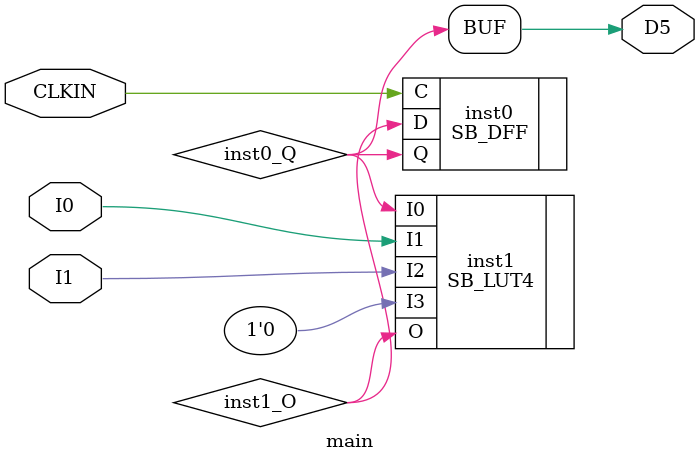
<source format=v>
module main (input  I0, input  I1, output  D5, input  CLKIN);
wire  inst0_Q;
wire  inst1_O;
SB_DFF inst0 (.C(CLKIN), .D(inst1_O), .Q(inst0_Q));
SB_LUT4 #(.LUT_INIT(16'h0E0E)) inst1 (.I0(inst0_Q), .I1(I0), .I2(I1), .I3(1'b0), .O(inst1_O));
assign D5 = inst0_Q;
endmodule


</source>
